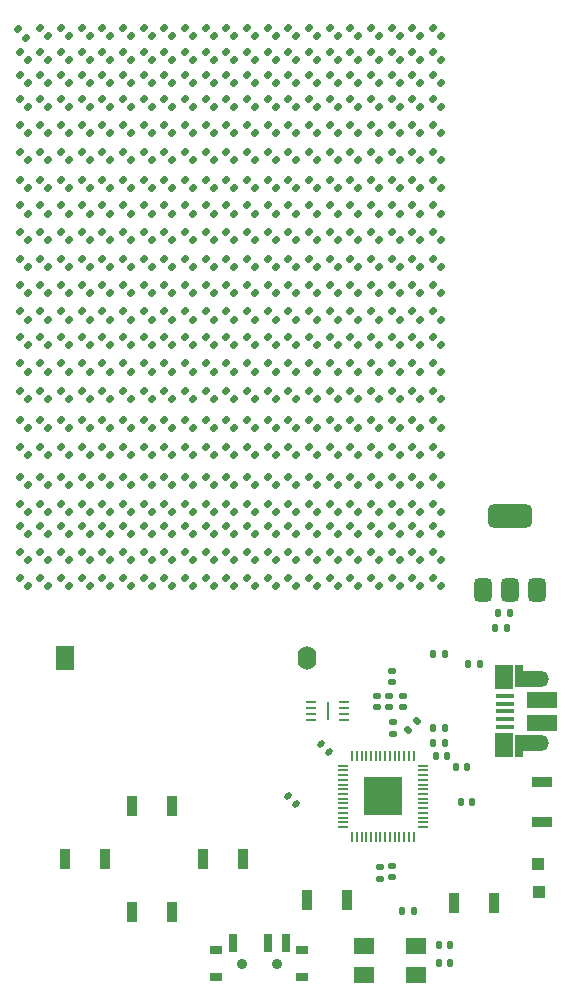
<source format=gbr>
%TF.GenerationSoftware,KiCad,Pcbnew,8.0.3*%
%TF.CreationDate,2024-08-11T15:35:30-05:00*%
%TF.ProjectId,tetrisBusinessCard,74657472-6973-4427-9573-696e65737343,rev?*%
%TF.SameCoordinates,Original*%
%TF.FileFunction,Soldermask,Top*%
%TF.FilePolarity,Negative*%
%FSLAX46Y46*%
G04 Gerber Fmt 4.6, Leading zero omitted, Abs format (unit mm)*
G04 Created by KiCad (PCBNEW 8.0.3) date 2024-08-11 15:35:30*
%MOMM*%
%LPD*%
G01*
G04 APERTURE LIST*
G04 Aperture macros list*
%AMRoundRect*
0 Rectangle with rounded corners*
0 $1 Rounding radius*
0 $2 $3 $4 $5 $6 $7 $8 $9 X,Y pos of 4 corners*
0 Add a 4 corners polygon primitive as box body*
4,1,4,$2,$3,$4,$5,$6,$7,$8,$9,$2,$3,0*
0 Add four circle primitives for the rounded corners*
1,1,$1+$1,$2,$3*
1,1,$1+$1,$4,$5*
1,1,$1+$1,$6,$7*
1,1,$1+$1,$8,$9*
0 Add four rect primitives between the rounded corners*
20,1,$1+$1,$2,$3,$4,$5,0*
20,1,$1+$1,$4,$5,$6,$7,0*
20,1,$1+$1,$6,$7,$8,$9,0*
20,1,$1+$1,$8,$9,$2,$3,0*%
G04 Aperture macros list end*
%ADD10RoundRect,0.147500X-0.226274X-0.017678X-0.017678X-0.226274X0.226274X0.017678X0.017678X0.226274X0*%
%ADD11R,1.000000X1.000000*%
%ADD12RoundRect,0.140000X-0.219203X-0.021213X-0.021213X-0.219203X0.219203X0.021213X0.021213X0.219203X0*%
%ADD13RoundRect,0.140000X-0.170000X0.140000X-0.170000X-0.140000X0.170000X-0.140000X0.170000X0.140000X0*%
%ADD14RoundRect,0.135000X-0.185000X0.135000X-0.185000X-0.135000X0.185000X-0.135000X0.185000X0.135000X0*%
%ADD15RoundRect,0.140000X0.140000X0.170000X-0.140000X0.170000X-0.140000X-0.170000X0.140000X-0.170000X0*%
%ADD16R,1.800000X1.400000*%
%ADD17RoundRect,0.140000X-0.140000X-0.170000X0.140000X-0.170000X0.140000X0.170000X-0.140000X0.170000X0*%
%ADD18R,1.700000X0.900000*%
%ADD19R,0.812800X0.254000*%
%ADD20R,0.203200X1.600200*%
%ADD21R,0.900000X1.700000*%
%ADD22RoundRect,0.135000X0.135000X0.185000X-0.135000X0.185000X-0.135000X-0.185000X0.135000X-0.185000X0*%
%ADD23RoundRect,0.375000X0.375000X-0.625000X0.375000X0.625000X-0.375000X0.625000X-0.375000X-0.625000X0*%
%ADD24RoundRect,0.500000X1.400000X-0.500000X1.400000X0.500000X-1.400000X0.500000X-1.400000X-0.500000X0*%
%ADD25R,1.000000X0.800000*%
%ADD26C,0.900000*%
%ADD27R,0.700000X1.500000*%
%ADD28R,0.812800X0.177800*%
%ADD29R,0.177800X0.812800*%
%ADD30R,3.200400X3.200400*%
%ADD31RoundRect,0.135000X-0.035355X0.226274X-0.226274X0.035355X0.035355X-0.226274X0.226274X-0.035355X0*%
%ADD32R,1.650000X0.400000*%
%ADD33R,0.700000X1.825000*%
%ADD34R,1.500000X2.000000*%
%ADD35R,2.000000X1.350000*%
%ADD36O,1.700000X1.350000*%
%ADD37O,1.500000X1.100000*%
%ADD38R,2.500000X1.430000*%
%ADD39RoundRect,0.140000X0.219203X0.021213X0.021213X0.219203X-0.219203X-0.021213X-0.021213X-0.219203X0*%
%ADD40RoundRect,0.135000X-0.135000X-0.185000X0.135000X-0.185000X0.135000X0.185000X-0.135000X0.185000X0*%
%ADD41RoundRect,0.140000X0.170000X-0.140000X0.170000X0.140000X-0.170000X0.140000X-0.170000X-0.140000X0*%
%ADD42R,1.600000X2.000000*%
%ADD43O,1.600000X2.000000*%
G04 APERTURE END LIST*
D10*
%TO.C,D56*%
X187990138Y-25942638D03*
X188676032Y-26628532D03*
%TD*%
%TO.C,D198*%
X196740138Y-41467638D03*
X197426032Y-42153532D03*
%TD*%
%TO.C,D290*%
X182740138Y-50347638D03*
X183426032Y-51033532D03*
%TD*%
%TO.C,D232*%
X210740138Y-45942638D03*
X211426032Y-46628532D03*
%TD*%
%TO.C,D68*%
X203740138Y-27967638D03*
X204426032Y-28653532D03*
%TD*%
%TO.C,D434*%
X187990138Y-66277638D03*
X188676032Y-66963532D03*
%TD*%
%TO.C,D57*%
X186240138Y-25942638D03*
X186926032Y-26628532D03*
%TD*%
%TO.C,D58*%
X184490138Y-25942638D03*
X185176032Y-26628532D03*
%TD*%
%TO.C,D74*%
X193240138Y-27967638D03*
X193926032Y-28653532D03*
%TD*%
%TO.C,D28*%
X200240138Y-23967638D03*
X200926032Y-24653532D03*
%TD*%
D11*
%TO.C,REF\u002A\u002A*%
X219650000Y-92750000D03*
%TD*%
D10*
%TO.C,D430*%
X194990138Y-66277638D03*
X195676032Y-66963532D03*
%TD*%
%TO.C,D24*%
X207240138Y-23967638D03*
X207926032Y-24653532D03*
%TD*%
%TO.C,D22*%
X210740138Y-23967638D03*
X211426032Y-24653532D03*
%TD*%
D12*
%TO.C,C9*%
X201267642Y-82567642D03*
X201946464Y-83246464D03*
%TD*%
D10*
%TO.C,D242*%
X193240138Y-45942638D03*
X193926032Y-46628532D03*
%TD*%
%TO.C,D390*%
X191490138Y-62217638D03*
X192176032Y-62903532D03*
%TD*%
%TO.C,D264*%
X191490138Y-48122638D03*
X192176032Y-48808532D03*
%TD*%
%TO.C,D190*%
X210740138Y-41467638D03*
X211426032Y-42153532D03*
%TD*%
%TO.C,D399*%
X175740138Y-62217638D03*
X176426032Y-62903532D03*
%TD*%
%TO.C,D324*%
X196740138Y-55122638D03*
X197426032Y-55808532D03*
%TD*%
%TO.C,D302*%
X198490138Y-52692638D03*
X199176032Y-53378532D03*
%TD*%
%TO.C,D334*%
X179240138Y-55122638D03*
X179926032Y-55808532D03*
%TD*%
%TO.C,D201*%
X191490138Y-41467638D03*
X192176032Y-42153532D03*
%TD*%
%TO.C,D202*%
X189740138Y-41467638D03*
X190426032Y-42153532D03*
%TD*%
D13*
%TO.C,C12*%
X207250000Y-92885000D03*
X207250000Y-93845000D03*
%TD*%
D10*
%TO.C,D426*%
X201990138Y-66277638D03*
X202676032Y-66963532D03*
%TD*%
D14*
%TO.C,R1*%
X207400000Y-80680000D03*
X207400000Y-81700000D03*
%TD*%
D10*
%TO.C,D180*%
X191490138Y-39217638D03*
X192176032Y-39903532D03*
%TD*%
%TO.C,D452*%
X193240138Y-68467638D03*
X193926032Y-69153532D03*
%TD*%
%TO.C,D90*%
X201990138Y-30122638D03*
X202676032Y-30808532D03*
%TD*%
%TO.C,D384*%
X201990138Y-62217638D03*
X202676032Y-62903532D03*
%TD*%
%TO.C,D422*%
X208990138Y-66277638D03*
X209676032Y-66963532D03*
%TD*%
D15*
%TO.C,C1*%
X211930000Y-83550000D03*
X210970000Y-83550000D03*
%TD*%
D10*
%TO.C,D411*%
X191490138Y-64077638D03*
X192176032Y-64763532D03*
%TD*%
%TO.C,D4*%
X205490138Y-21942638D03*
X206176032Y-22628532D03*
%TD*%
%TO.C,D355*%
X179240138Y-57442638D03*
X179926032Y-58128532D03*
%TD*%
%TO.C,D98*%
X187990138Y-30122638D03*
X188676032Y-30808532D03*
%TD*%
%TO.C,D361*%
X205490138Y-59967638D03*
X206176032Y-60653532D03*
%TD*%
%TO.C,D366*%
X196740138Y-59967638D03*
X197426032Y-60653532D03*
%TD*%
%TO.C,D27*%
X201990138Y-23967638D03*
X202676032Y-24653532D03*
%TD*%
D16*
%TO.C,Y1*%
X209300000Y-99700000D03*
X204900000Y-99700000D03*
X204900000Y-102100000D03*
X209300000Y-102100000D03*
%TD*%
D10*
%TO.C,D52*%
X194990139Y-25942637D03*
X195676033Y-26628531D03*
%TD*%
%TO.C,D26*%
X203740138Y-23967638D03*
X204426032Y-24653532D03*
%TD*%
%TO.C,D34*%
X189740138Y-23967638D03*
X190426032Y-24653532D03*
%TD*%
%TO.C,D197*%
X198490138Y-41467638D03*
X199176032Y-42153532D03*
%TD*%
%TO.C,D185*%
X182740138Y-39217638D03*
X183426032Y-39903532D03*
%TD*%
%TO.C,D30*%
X196740138Y-23967638D03*
X197426032Y-24653532D03*
%TD*%
D17*
%TO.C,C16*%
X211220000Y-101100000D03*
X212180000Y-101100000D03*
%TD*%
D10*
%TO.C,D450*%
X196740138Y-68467638D03*
X197426032Y-69153532D03*
%TD*%
%TO.C,D453*%
X191490138Y-68467638D03*
X192176032Y-69153532D03*
%TD*%
%TO.C,D326*%
X193240138Y-55122638D03*
X193926032Y-55808532D03*
%TD*%
%TO.C,D273*%
X175740138Y-48122638D03*
X176426032Y-48808532D03*
%TD*%
%TO.C,D279*%
X201990138Y-50347638D03*
X202676032Y-51033532D03*
%TD*%
%TO.C,D266*%
X187990138Y-48122638D03*
X188676032Y-48808532D03*
%TD*%
%TO.C,D121*%
X184490138Y-32442638D03*
X185176032Y-33128532D03*
%TD*%
D13*
%TO.C,C3*%
X208200000Y-78470000D03*
X208200000Y-79430000D03*
%TD*%
D10*
%TO.C,D269*%
X182740138Y-48122638D03*
X183426032Y-48808532D03*
%TD*%
%TO.C,D192*%
X207240138Y-41467638D03*
X207926032Y-42153532D03*
%TD*%
%TO.C,D109*%
X205490138Y-32442638D03*
X206176032Y-33128532D03*
%TD*%
%TO.C,D368*%
X193240138Y-59967638D03*
X193926032Y-60653532D03*
%TD*%
%TO.C,D14*%
X187990138Y-21942638D03*
X188676032Y-22628532D03*
%TD*%
%TO.C,D41*%
X177490138Y-23967638D03*
X178176032Y-24653532D03*
%TD*%
D18*
%TO.C,SW8*%
X220000000Y-85800000D03*
X220000000Y-89200000D03*
%TD*%
D10*
%TO.C,D439*%
X179240138Y-66267638D03*
X179926032Y-66953532D03*
%TD*%
%TO.C,D223*%
X189740138Y-43717638D03*
X190426032Y-44403532D03*
%TD*%
%TO.C,D437*%
X182740138Y-66277638D03*
X183426032Y-66963532D03*
%TD*%
%TO.C,D80*%
X182740139Y-27967637D03*
X183426033Y-28653531D03*
%TD*%
%TO.C,D50*%
X198490138Y-25942638D03*
X199176032Y-26628532D03*
%TD*%
%TO.C,D63*%
X175740138Y-25942638D03*
X176426032Y-26628532D03*
%TD*%
%TO.C,D275*%
X208990138Y-50347638D03*
X209676032Y-51033532D03*
%TD*%
%TO.C,D208*%
X179240138Y-41467638D03*
X179926032Y-42153532D03*
%TD*%
%TO.C,D292*%
X179240138Y-50347638D03*
X179926032Y-51033532D03*
%TD*%
%TO.C,D147*%
X175740138Y-34777638D03*
X176426032Y-35463532D03*
%TD*%
%TO.C,D195*%
X201990138Y-41467638D03*
X202676032Y-42153532D03*
%TD*%
%TO.C,D351*%
X186240138Y-57442638D03*
X186926032Y-58128532D03*
%TD*%
%TO.C,D99*%
X186240138Y-30122638D03*
X186926032Y-30808532D03*
%TD*%
%TO.C,D59*%
X182740138Y-25942638D03*
X183426032Y-26628532D03*
%TD*%
%TO.C,D379*%
X210740138Y-62217638D03*
X211426032Y-62903532D03*
%TD*%
%TO.C,D376*%
X179240138Y-59967638D03*
X179926032Y-60653532D03*
%TD*%
%TO.C,D342*%
X201990138Y-57442638D03*
X202676032Y-58128532D03*
%TD*%
%TO.C,D409*%
X194990138Y-64077638D03*
X195676032Y-64763532D03*
%TD*%
%TO.C,D333*%
X180990138Y-55122638D03*
X181676032Y-55808532D03*
%TD*%
%TO.C,D220*%
X194990138Y-43717638D03*
X195676032Y-44403532D03*
%TD*%
%TO.C,D268*%
X184490138Y-48122638D03*
X185176032Y-48808532D03*
%TD*%
%TO.C,D35*%
X187990138Y-23967638D03*
X188676032Y-24653532D03*
%TD*%
%TO.C,D20*%
X177490138Y-21942638D03*
X178176032Y-22628532D03*
%TD*%
%TO.C,D295*%
X210740138Y-52692638D03*
X211426032Y-53378532D03*
%TD*%
%TO.C,D436*%
X184490138Y-66277638D03*
X185176032Y-66963532D03*
%TD*%
%TO.C,D454*%
X189740138Y-68467638D03*
X190426032Y-69153532D03*
%TD*%
D19*
%TO.C,U2*%
X200453200Y-78999999D03*
X200453200Y-79500000D03*
X200453200Y-80000000D03*
X200453200Y-80500001D03*
X203250000Y-80500001D03*
X203250000Y-80000000D03*
X203250000Y-79500000D03*
X203250000Y-78999999D03*
D20*
X201851600Y-79750000D03*
%TD*%
D10*
%TO.C,D116*%
X193240138Y-32442638D03*
X193926032Y-33128532D03*
%TD*%
%TO.C,D156*%
X196740138Y-36967638D03*
X197426032Y-37653532D03*
%TD*%
%TO.C,D120*%
X186240138Y-32442638D03*
X186926032Y-33128532D03*
%TD*%
%TO.C,D174*%
X201990138Y-39217638D03*
X202676032Y-39903532D03*
%TD*%
%TO.C,D66*%
X207240138Y-27967638D03*
X207926032Y-28653532D03*
%TD*%
%TO.C,D327*%
X191490138Y-55122638D03*
X192176032Y-55808532D03*
%TD*%
%TO.C,D134*%
X198490138Y-34777638D03*
X199176032Y-35463532D03*
%TD*%
%TO.C,D312*%
X180990138Y-52692638D03*
X181676032Y-53378532D03*
%TD*%
%TO.C,D33*%
X191490138Y-23967638D03*
X192176032Y-24653532D03*
%TD*%
%TO.C,D424*%
X205490138Y-66277638D03*
X206176032Y-66963532D03*
%TD*%
%TO.C,D241*%
X194990138Y-45942638D03*
X195676032Y-46628532D03*
%TD*%
%TO.C,D435*%
X186240138Y-66277638D03*
X186926032Y-66963532D03*
%TD*%
%TO.C,D86*%
X208990138Y-30122638D03*
X209676032Y-30808532D03*
%TD*%
%TO.C,D429*%
X196740138Y-66277638D03*
X197426032Y-66963532D03*
%TD*%
%TO.C,D393*%
X186240138Y-62217638D03*
X186926032Y-62903532D03*
%TD*%
%TO.C,D39*%
X180990138Y-23967638D03*
X181676032Y-24653532D03*
%TD*%
%TO.C,D154*%
X200240138Y-36967638D03*
X200926032Y-37653532D03*
%TD*%
D21*
%TO.C,SW5*%
X203499999Y-95750000D03*
X200099999Y-95750000D03*
%TD*%
D10*
%TO.C,D224*%
X187990138Y-43717638D03*
X188676032Y-44403532D03*
%TD*%
%TO.C,D389*%
X193240138Y-62217638D03*
X193926032Y-62903532D03*
%TD*%
%TO.C,D408*%
X196740138Y-64077638D03*
X197426032Y-64763532D03*
%TD*%
%TO.C,D75*%
X191490138Y-27967638D03*
X192176032Y-28653532D03*
%TD*%
%TO.C,D319*%
X205490138Y-55122638D03*
X206176032Y-55808532D03*
%TD*%
%TO.C,D303*%
X196740138Y-52692638D03*
X197426032Y-53378532D03*
%TD*%
%TO.C,D46*%
X205490138Y-25942638D03*
X206176032Y-26628532D03*
%TD*%
%TO.C,D449*%
X198490138Y-68467638D03*
X199176032Y-69153532D03*
%TD*%
%TO.C,D247*%
X184490138Y-45942638D03*
X185176032Y-46628532D03*
%TD*%
%TO.C,D136*%
X194990138Y-34777638D03*
X195676032Y-35463532D03*
%TD*%
%TO.C,D455*%
X187990138Y-68467638D03*
X188676032Y-69153532D03*
%TD*%
%TO.C,D225*%
X186240138Y-43717638D03*
X186926032Y-44403532D03*
%TD*%
D22*
%TO.C,R4*%
X211760000Y-74950000D03*
X210740000Y-74950000D03*
%TD*%
D10*
%TO.C,D441*%
X175740138Y-66277638D03*
X176426032Y-66963532D03*
%TD*%
%TO.C,D230*%
X177490138Y-43717638D03*
X178176032Y-44403532D03*
%TD*%
%TO.C,D205*%
X184490138Y-41467638D03*
X185176032Y-42153532D03*
%TD*%
%TO.C,D87*%
X207240138Y-30122638D03*
X207926032Y-30808532D03*
%TD*%
%TO.C,D128*%
X208990138Y-34777638D03*
X209676032Y-35463532D03*
%TD*%
%TO.C,D457*%
X184490138Y-68467638D03*
X185176032Y-69153532D03*
%TD*%
%TO.C,D459*%
X180990138Y-68467638D03*
X181676032Y-69153532D03*
%TD*%
%TO.C,D122*%
X182740138Y-32442638D03*
X183426032Y-33128532D03*
%TD*%
%TO.C,D343*%
X200240138Y-57442638D03*
X200926032Y-58128532D03*
%TD*%
%TO.C,D226*%
X184490138Y-43717638D03*
X185176032Y-44403532D03*
%TD*%
D23*
%TO.C,U3*%
X214950000Y-69550000D03*
X217250000Y-69550000D03*
D24*
X217250000Y-63250000D03*
D23*
X219550000Y-69550000D03*
%TD*%
D10*
%TO.C,D388*%
X194990138Y-62217638D03*
X195676032Y-62903532D03*
%TD*%
%TO.C,D307*%
X189740138Y-52692638D03*
X190426032Y-53378532D03*
%TD*%
%TO.C,D346*%
X194990138Y-57442638D03*
X195676032Y-58128532D03*
%TD*%
%TO.C,D328*%
X189740138Y-55122638D03*
X190426032Y-55808532D03*
%TD*%
%TO.C,D406*%
X200240138Y-64077638D03*
X200926032Y-64763532D03*
%TD*%
%TO.C,D25*%
X205490138Y-23967638D03*
X206176032Y-24653532D03*
%TD*%
%TO.C,D391*%
X189740138Y-62217638D03*
X190426032Y-62903532D03*
%TD*%
%TO.C,D298*%
X205490138Y-52692638D03*
X206176032Y-53378532D03*
%TD*%
%TO.C,D127*%
X210740138Y-34777638D03*
X211426032Y-35463532D03*
%TD*%
%TO.C,D15*%
X186240138Y-21942638D03*
X186926032Y-22628532D03*
%TD*%
%TO.C,D374*%
X182740138Y-59967638D03*
X183426032Y-60653532D03*
%TD*%
%TO.C,D55*%
X189740138Y-25942638D03*
X190426032Y-26628532D03*
%TD*%
%TO.C,D432*%
X191490138Y-66277638D03*
X192176032Y-66963532D03*
%TD*%
%TO.C,D341*%
X203740138Y-57442638D03*
X204426032Y-58128532D03*
%TD*%
%TO.C,D256*%
X205490138Y-48122638D03*
X206176032Y-48808532D03*
%TD*%
%TO.C,D217*%
X200240138Y-43717638D03*
X200926032Y-44403532D03*
%TD*%
D13*
%TO.C,C7*%
X205970000Y-78470000D03*
X205970000Y-79430000D03*
%TD*%
D10*
%TO.C,D321*%
X201990138Y-55122638D03*
X202676032Y-55808532D03*
%TD*%
%TO.C,D357*%
X175740138Y-57442638D03*
X176426032Y-58128532D03*
%TD*%
%TO.C,D182*%
X187990138Y-39217638D03*
X188676032Y-39903532D03*
%TD*%
%TO.C,D150*%
X207240138Y-36967638D03*
X207926032Y-37653532D03*
%TD*%
%TO.C,D73*%
X194990138Y-27967638D03*
X195676032Y-28653532D03*
%TD*%
%TO.C,D177*%
X196740138Y-39217638D03*
X197426032Y-39903532D03*
%TD*%
%TO.C,D138*%
X191490138Y-34777638D03*
X192176032Y-35463532D03*
%TD*%
%TO.C,D315*%
X175740138Y-52692638D03*
X176426032Y-53378532D03*
%TD*%
%TO.C,D283*%
X194990138Y-50347638D03*
X195676032Y-51033532D03*
%TD*%
%TO.C,D288*%
X186240138Y-50347638D03*
X186926032Y-51033532D03*
%TD*%
%TO.C,D70*%
X200240138Y-27967638D03*
X200926032Y-28653532D03*
%TD*%
%TO.C,D89*%
X203740138Y-30122638D03*
X204426032Y-30808532D03*
%TD*%
%TO.C,D311*%
X182740138Y-52692638D03*
X183426032Y-53378532D03*
%TD*%
%TO.C,D442*%
X210740138Y-68467638D03*
X211426032Y-69153532D03*
%TD*%
%TO.C,D304*%
X194990138Y-52692638D03*
X195676032Y-53378532D03*
%TD*%
%TO.C,D88*%
X205490138Y-30122638D03*
X206176032Y-30808532D03*
%TD*%
%TO.C,D293*%
X177490138Y-50347638D03*
X178176032Y-51033532D03*
%TD*%
D25*
%TO.C,SW7*%
X192400000Y-100045000D03*
X192400000Y-102255000D03*
D26*
X194550000Y-101155000D03*
X197550000Y-101155000D03*
D25*
X199700000Y-100045000D03*
X199700000Y-102255000D03*
D27*
X193800000Y-99395000D03*
X196800000Y-99395000D03*
X198300000Y-99395000D03*
%TD*%
D10*
%TO.C,D32*%
X193240138Y-23967638D03*
X193926032Y-24653532D03*
%TD*%
%TO.C,D253*%
X210740138Y-48122638D03*
X211426032Y-48808532D03*
%TD*%
%TO.C,D369*%
X191490138Y-59967638D03*
X192176032Y-60653532D03*
%TD*%
%TO.C,D461*%
X177490138Y-68467638D03*
X178176032Y-69153532D03*
%TD*%
%TO.C,D168*%
X175740138Y-36967638D03*
X176426032Y-37653532D03*
%TD*%
%TO.C,D65*%
X208990138Y-27967638D03*
X209676032Y-28653532D03*
%TD*%
%TO.C,D218*%
X198490138Y-43717638D03*
X199176032Y-44403532D03*
%TD*%
%TO.C,D123*%
X180990138Y-32442638D03*
X181676032Y-33128532D03*
%TD*%
%TO.C,D423*%
X207240138Y-66277638D03*
X207926032Y-66963532D03*
%TD*%
%TO.C,D214*%
X205490138Y-43717638D03*
X206176032Y-44403532D03*
%TD*%
%TO.C,D386*%
X198490138Y-62217638D03*
X199176032Y-62903532D03*
%TD*%
D21*
%TO.C,SW4*%
X188650000Y-96800000D03*
X185250000Y-96800000D03*
%TD*%
D10*
%TO.C,D31*%
X194990138Y-23967638D03*
X195676032Y-24653532D03*
%TD*%
%TO.C,D329*%
X187990138Y-55122638D03*
X188676032Y-55808532D03*
%TD*%
%TO.C,D448*%
X200240138Y-68467638D03*
X200926032Y-69153532D03*
%TD*%
%TO.C,D91*%
X200240138Y-30122638D03*
X200926032Y-30808532D03*
%TD*%
%TO.C,D29*%
X198490138Y-23967638D03*
X199176032Y-24653532D03*
%TD*%
%TO.C,D61*%
X179240138Y-25942638D03*
X179926032Y-26628532D03*
%TD*%
%TO.C,D111*%
X201990138Y-32442638D03*
X202676032Y-33128532D03*
%TD*%
%TO.C,D188*%
X177490138Y-39217638D03*
X178176032Y-39903532D03*
%TD*%
%TO.C,D316*%
X210740138Y-55122638D03*
X211426032Y-55808532D03*
%TD*%
%TO.C,D280*%
X200240138Y-50347638D03*
X200926032Y-51033532D03*
%TD*%
%TO.C,D373*%
X184490138Y-59967638D03*
X185176032Y-60653532D03*
%TD*%
%TO.C,D146*%
X177490138Y-34777638D03*
X178176032Y-35463532D03*
%TD*%
D17*
%TO.C,C15*%
X216270000Y-71500000D03*
X217230000Y-71500000D03*
%TD*%
D10*
%TO.C,D259*%
X200240138Y-48122638D03*
X200926032Y-48808532D03*
%TD*%
%TO.C,D349*%
X189740138Y-57442638D03*
X190426032Y-58128532D03*
%TD*%
%TO.C,D396*%
X180990138Y-62217638D03*
X181676032Y-62903532D03*
%TD*%
%TO.C,D405*%
X201990138Y-64077638D03*
X202676032Y-64763532D03*
%TD*%
%TO.C,D17*%
X182740138Y-21942638D03*
X183426032Y-22628532D03*
%TD*%
%TO.C,D79*%
X184490138Y-27967638D03*
X185176032Y-28653532D03*
%TD*%
%TO.C,D323*%
X198490138Y-55122638D03*
X199176032Y-55808532D03*
%TD*%
%TO.C,D285*%
X191490138Y-50347638D03*
X192176032Y-51033532D03*
%TD*%
%TO.C,D416*%
X182740138Y-64077638D03*
X183426032Y-64763532D03*
%TD*%
%TO.C,D53*%
X193240138Y-25942638D03*
X193926032Y-26628532D03*
%TD*%
%TO.C,D308*%
X187990138Y-52692638D03*
X188676032Y-53378532D03*
%TD*%
%TO.C,D428*%
X198490138Y-66277638D03*
X199176032Y-66963532D03*
%TD*%
%TO.C,D10*%
X194990138Y-21942638D03*
X195676032Y-22628532D03*
%TD*%
D13*
%TO.C,C10*%
X206250000Y-93000000D03*
X206250000Y-93960000D03*
%TD*%
D10*
%TO.C,D43*%
X210740138Y-25942638D03*
X211426032Y-26628532D03*
%TD*%
%TO.C,D335*%
X177490138Y-55122638D03*
X178176032Y-55808532D03*
%TD*%
%TO.C,D236*%
X203740138Y-45942638D03*
X204426032Y-46628532D03*
%TD*%
%TO.C,D395*%
X182740138Y-62217638D03*
X183426032Y-62903532D03*
%TD*%
%TO.C,D211*%
X210740138Y-43717638D03*
X211426032Y-44403532D03*
%TD*%
%TO.C,D103*%
X179240138Y-30122638D03*
X179926032Y-30808532D03*
%TD*%
%TO.C,D78*%
X186240138Y-27967638D03*
X186926032Y-28653532D03*
%TD*%
D28*
%TO.C,U1*%
X203096400Y-84400000D03*
X203096400Y-84799999D03*
X203096400Y-85200001D03*
X203096400Y-85600000D03*
X203096400Y-85999999D03*
X203096400Y-86400001D03*
X203096400Y-86800000D03*
X203096400Y-87200000D03*
X203096400Y-87599999D03*
X203096400Y-88000001D03*
X203096400Y-88400000D03*
X203096400Y-88799999D03*
X203096400Y-89200001D03*
X203096400Y-89600000D03*
D29*
X203900000Y-90403600D03*
X204299999Y-90403600D03*
X204700001Y-90403600D03*
X205100000Y-90403600D03*
X205499999Y-90403600D03*
X205900001Y-90403600D03*
X206300000Y-90403600D03*
X206700000Y-90403600D03*
X207099999Y-90403600D03*
X207500001Y-90403600D03*
X207900000Y-90403600D03*
X208299999Y-90403600D03*
X208700001Y-90403600D03*
X209100000Y-90403600D03*
D28*
X209903600Y-89600000D03*
X209903600Y-89200001D03*
X209903600Y-88799999D03*
X209903600Y-88400000D03*
X209903600Y-88000001D03*
X209903600Y-87599999D03*
X209903600Y-87200000D03*
X209903600Y-86800000D03*
X209903600Y-86400001D03*
X209903600Y-85999999D03*
X209903600Y-85600000D03*
X209903600Y-85200001D03*
X209903600Y-84799999D03*
X209903600Y-84400000D03*
D29*
X209100000Y-83596400D03*
X208700001Y-83596400D03*
X208299999Y-83596400D03*
X207900000Y-83596400D03*
X207500001Y-83596400D03*
X207099999Y-83596400D03*
X206700000Y-83596400D03*
X206300000Y-83596400D03*
X205900001Y-83596400D03*
X205499999Y-83596400D03*
X205100000Y-83596400D03*
X204700001Y-83596400D03*
X204299999Y-83596400D03*
X203900000Y-83596400D03*
D30*
X206500000Y-87000000D03*
%TD*%
D10*
%TO.C,D446*%
X203740138Y-68467638D03*
X204426032Y-69153532D03*
%TD*%
%TO.C,D229*%
X179240138Y-43717638D03*
X179926032Y-44403532D03*
%TD*%
%TO.C,D277*%
X205490138Y-50347638D03*
X206176032Y-51033532D03*
%TD*%
%TO.C,D344*%
X198490138Y-57442638D03*
X199176032Y-58128532D03*
%TD*%
%TO.C,D272*%
X177490138Y-48122638D03*
X178176032Y-48808532D03*
%TD*%
%TO.C,D155*%
X198490138Y-36967638D03*
X199176032Y-37653532D03*
%TD*%
%TO.C,D289*%
X184490138Y-50347638D03*
X185176032Y-51033532D03*
%TD*%
%TO.C,D184*%
X184490138Y-39217638D03*
X185176032Y-39903532D03*
%TD*%
%TO.C,D84*%
X175740138Y-27967638D03*
X176426032Y-28653532D03*
%TD*%
%TO.C,D200*%
X193240138Y-41467638D03*
X193926032Y-42153532D03*
%TD*%
%TO.C,D131*%
X203740138Y-34777638D03*
X204426032Y-35463532D03*
%TD*%
%TO.C,D96*%
X191490138Y-30122638D03*
X192176032Y-30808532D03*
%TD*%
%TO.C,D250*%
X179240138Y-45942638D03*
X179926032Y-46628532D03*
%TD*%
%TO.C,D415*%
X184490138Y-64077638D03*
X185176032Y-64763532D03*
%TD*%
%TO.C,D114*%
X196740138Y-32442638D03*
X197426032Y-33128532D03*
%TD*%
%TO.C,D49*%
X200240138Y-25942638D03*
X200926032Y-26628532D03*
%TD*%
%TO.C,D309*%
X186240138Y-52692638D03*
X186926032Y-53378532D03*
%TD*%
%TO.C,D82*%
X179240138Y-27967638D03*
X179926032Y-28653532D03*
%TD*%
%TO.C,D417*%
X180990138Y-64077638D03*
X181676032Y-64763532D03*
%TD*%
%TO.C,D340*%
X205490138Y-57442638D03*
X206176032Y-58128532D03*
%TD*%
%TO.C,D380*%
X208990138Y-62217638D03*
X209676032Y-62903532D03*
%TD*%
%TO.C,D166*%
X179240138Y-36967638D03*
X179926032Y-37653532D03*
%TD*%
%TO.C,D276*%
X207240138Y-50347638D03*
X207926032Y-51033532D03*
%TD*%
%TO.C,D331*%
X184490138Y-55122638D03*
X185176032Y-55808532D03*
%TD*%
%TO.C,D402*%
X207240138Y-64077638D03*
X207926032Y-64763532D03*
%TD*%
%TO.C,D97*%
X189740138Y-30122638D03*
X190426032Y-30808532D03*
%TD*%
%TO.C,D458*%
X182740138Y-68467638D03*
X183426032Y-69153532D03*
%TD*%
%TO.C,D284*%
X193240138Y-50347638D03*
X193926032Y-51033532D03*
%TD*%
%TO.C,D400*%
X210740138Y-64077638D03*
X211426032Y-64763532D03*
%TD*%
%TO.C,D233*%
X208990138Y-45942638D03*
X209676032Y-46628532D03*
%TD*%
%TO.C,D113*%
X198490138Y-32442638D03*
X199176032Y-33128532D03*
%TD*%
%TO.C,D421*%
X210740138Y-66277638D03*
X211426032Y-66963532D03*
%TD*%
%TO.C,D301*%
X200240138Y-52692638D03*
X200926032Y-53378532D03*
%TD*%
D31*
%TO.C,R2*%
X209360624Y-80639376D03*
X208639376Y-81360624D03*
%TD*%
D17*
%TO.C,C14*%
X216020000Y-72750000D03*
X216980000Y-72750000D03*
%TD*%
D10*
%TO.C,D141*%
X186240138Y-34777638D03*
X186926032Y-35463532D03*
%TD*%
%TO.C,D69*%
X201990138Y-27967638D03*
X202676032Y-28653532D03*
%TD*%
D21*
%TO.C,SW6*%
X215900000Y-96000000D03*
X212500000Y-96000000D03*
%TD*%
D10*
%TO.C,D105*%
X175740138Y-30122638D03*
X176426032Y-30808532D03*
%TD*%
%TO.C,D215*%
X203740138Y-43717638D03*
X204426032Y-44403532D03*
%TD*%
%TO.C,D350*%
X187990138Y-57442638D03*
X188676032Y-58128532D03*
%TD*%
%TO.C,D92*%
X198490138Y-30122638D03*
X199176032Y-30808532D03*
%TD*%
%TO.C,D403*%
X205490138Y-64077638D03*
X206176032Y-64763532D03*
%TD*%
%TO.C,D194*%
X203740138Y-41467638D03*
X204426032Y-42153532D03*
%TD*%
%TO.C,D222*%
X191490138Y-43717638D03*
X192176032Y-44403532D03*
%TD*%
%TO.C,D142*%
X184490138Y-34777638D03*
X185176032Y-35463532D03*
%TD*%
%TO.C,D101*%
X182740138Y-30122638D03*
X183426032Y-30808532D03*
%TD*%
%TO.C,D167*%
X177490138Y-36967638D03*
X178176032Y-37653532D03*
%TD*%
%TO.C,D162*%
X186240138Y-36967638D03*
X186926032Y-37653532D03*
%TD*%
%TO.C,D317*%
X208990138Y-55122638D03*
X209676032Y-55808532D03*
%TD*%
%TO.C,D320*%
X203740138Y-55122638D03*
X204426032Y-55808532D03*
%TD*%
%TO.C,D413*%
X187990138Y-64077638D03*
X188676032Y-64763532D03*
%TD*%
%TO.C,D1*%
X210740138Y-21942638D03*
X211426032Y-22628532D03*
%TD*%
D21*
%TO.C,SW3*%
X194650000Y-92300000D03*
X191250000Y-92300000D03*
%TD*%
D10*
%TO.C,D193*%
X205490138Y-41467638D03*
X206176032Y-42153532D03*
%TD*%
%TO.C,D265*%
X189740138Y-48122638D03*
X190426032Y-48808532D03*
%TD*%
%TO.C,D433*%
X189740138Y-66277638D03*
X190426032Y-66963532D03*
%TD*%
%TO.C,D104*%
X177490138Y-30122638D03*
X178176032Y-30808532D03*
%TD*%
%TO.C,D67*%
X205490138Y-27967638D03*
X206176032Y-28653532D03*
%TD*%
%TO.C,D171*%
X207240138Y-39217638D03*
X207926032Y-39903532D03*
%TD*%
%TO.C,D8*%
X198490138Y-21942638D03*
X199176032Y-22628532D03*
%TD*%
%TO.C,D157*%
X194990138Y-36967638D03*
X195676032Y-37653532D03*
%TD*%
D15*
%TO.C,C4*%
X213630000Y-84550000D03*
X212670000Y-84550000D03*
%TD*%
D10*
%TO.C,D257*%
X203740138Y-48122638D03*
X204426032Y-48808532D03*
%TD*%
D21*
%TO.C,SW1*%
X188650000Y-87800000D03*
X185250000Y-87800000D03*
%TD*%
D10*
%TO.C,D336*%
X175740138Y-55122638D03*
X176426032Y-55808532D03*
%TD*%
%TO.C,D252*%
X175740138Y-45942638D03*
X176426032Y-46628532D03*
%TD*%
%TO.C,D115*%
X194990138Y-32442638D03*
X195676032Y-33128532D03*
%TD*%
%TO.C,D186*%
X180990138Y-39217638D03*
X181676032Y-39903532D03*
%TD*%
%TO.C,D278*%
X203740138Y-50347638D03*
X204426032Y-51033532D03*
%TD*%
%TO.C,D152*%
X203740138Y-36967638D03*
X204426032Y-37653532D03*
%TD*%
%TO.C,D204*%
X186240138Y-41467638D03*
X186926032Y-42153532D03*
%TD*%
%TO.C,D296*%
X208990138Y-52692638D03*
X209676032Y-53378532D03*
%TD*%
D15*
%TO.C,C5*%
X214080000Y-87500000D03*
X213120000Y-87500000D03*
%TD*%
D10*
%TO.C,D165*%
X180990138Y-36967638D03*
X181676032Y-37653532D03*
%TD*%
%TO.C,D363*%
X201990138Y-59967638D03*
X202676032Y-60653532D03*
%TD*%
%TO.C,D189*%
X175740138Y-39217638D03*
X176426032Y-39903532D03*
%TD*%
%TO.C,D175*%
X200240138Y-39217638D03*
X200926032Y-39903532D03*
%TD*%
%TO.C,D228*%
X180990138Y-43717638D03*
X181676032Y-44403532D03*
%TD*%
%TO.C,D348*%
X191490138Y-57442638D03*
X192176032Y-58128532D03*
%TD*%
%TO.C,D300*%
X201990138Y-52692638D03*
X202676032Y-53378532D03*
%TD*%
%TO.C,D62*%
X177490138Y-25942638D03*
X178176032Y-26628532D03*
%TD*%
%TO.C,D149*%
X208990138Y-36967638D03*
X209676032Y-37653532D03*
%TD*%
%TO.C,D140*%
X187990138Y-34777638D03*
X188676032Y-35463532D03*
%TD*%
D32*
%TO.C,J1*%
X216850000Y-81090000D03*
X216850000Y-80440000D03*
X216850000Y-79790000D03*
X216850000Y-79140000D03*
X216850000Y-78490000D03*
D33*
X218050000Y-82740000D03*
D34*
X216750000Y-82640000D03*
D35*
X218800000Y-82520000D03*
D36*
X219730000Y-82520000D03*
D37*
X216730000Y-82210000D03*
D38*
X220000000Y-80750000D03*
X220000000Y-78830000D03*
D37*
X216730000Y-77370000D03*
D36*
X219730000Y-77060000D03*
D35*
X218800000Y-77040000D03*
D34*
X216730000Y-76890000D03*
D33*
X218050000Y-76790000D03*
%TD*%
D10*
%TO.C,D213*%
X207240138Y-43717638D03*
X207926032Y-44403532D03*
%TD*%
%TO.C,D117*%
X191490138Y-32442638D03*
X192176032Y-33128532D03*
%TD*%
%TO.C,D110*%
X203740138Y-32442638D03*
X204426032Y-33128532D03*
%TD*%
%TO.C,D382*%
X205490138Y-62217638D03*
X206176032Y-62903532D03*
%TD*%
%TO.C,D356*%
X177490138Y-57442638D03*
X178176032Y-58128532D03*
%TD*%
%TO.C,D294*%
X175740138Y-50347638D03*
X176426032Y-51033532D03*
%TD*%
%TO.C,D392*%
X187990138Y-62217638D03*
X188676032Y-62903532D03*
%TD*%
%TO.C,D12*%
X191490138Y-21942638D03*
X192176032Y-22628532D03*
%TD*%
%TO.C,D270*%
X180990138Y-48122638D03*
X181676032Y-48808532D03*
%TD*%
%TO.C,D282*%
X196740138Y-50347638D03*
X197426032Y-51033532D03*
%TD*%
%TO.C,D431*%
X193240138Y-66277638D03*
X193926032Y-66963532D03*
%TD*%
D39*
%TO.C,C11*%
X199121911Y-87646464D03*
X198443089Y-86967642D03*
%TD*%
D10*
%TO.C,D129*%
X207240138Y-34777638D03*
X207926032Y-35463532D03*
%TD*%
%TO.C,D170*%
X208990138Y-39217638D03*
X209676032Y-39903532D03*
%TD*%
%TO.C,D372*%
X186240138Y-59967638D03*
X186926032Y-60653532D03*
%TD*%
%TO.C,D227*%
X182740138Y-43717638D03*
X183426032Y-44403532D03*
%TD*%
%TO.C,D45*%
X207240138Y-25942638D03*
X207926032Y-26628532D03*
%TD*%
%TO.C,D219*%
X196740138Y-43717638D03*
X197426032Y-44403532D03*
%TD*%
%TO.C,D297*%
X207240138Y-52692638D03*
X207926032Y-53378532D03*
%TD*%
%TO.C,D125*%
X177490138Y-32442638D03*
X178176032Y-33128532D03*
%TD*%
%TO.C,D398*%
X177490138Y-62217638D03*
X178176032Y-62903532D03*
%TD*%
%TO.C,D306*%
X191490138Y-52692638D03*
X192176032Y-53378532D03*
%TD*%
%TO.C,D126*%
X175740138Y-32442638D03*
X176426032Y-33128532D03*
%TD*%
%TO.C,D176*%
X198490138Y-39217638D03*
X199176032Y-39903532D03*
%TD*%
%TO.C,D83*%
X177490138Y-27967638D03*
X178176032Y-28653532D03*
%TD*%
%TO.C,D404*%
X203740138Y-64077638D03*
X204426032Y-64763532D03*
%TD*%
%TO.C,D370*%
X189740138Y-59967638D03*
X190426032Y-60653532D03*
%TD*%
%TO.C,D36*%
X186240138Y-23967638D03*
X186926032Y-24653532D03*
%TD*%
%TO.C,D72*%
X196740138Y-27967638D03*
X197426032Y-28653532D03*
%TD*%
%TO.C,D362*%
X203740138Y-59967638D03*
X204426032Y-60653532D03*
%TD*%
%TO.C,D71*%
X198490138Y-27967638D03*
X199176032Y-28653532D03*
%TD*%
%TO.C,D394*%
X184490138Y-62217638D03*
X185176032Y-62903532D03*
%TD*%
%TO.C,D451*%
X194990138Y-68467638D03*
X195676032Y-69153532D03*
%TD*%
%TO.C,D60*%
X180990138Y-25942638D03*
X181676032Y-26628532D03*
%TD*%
%TO.C,D77*%
X187990138Y-27967638D03*
X188676032Y-28653532D03*
%TD*%
%TO.C,D318*%
X207240138Y-55122638D03*
X207926032Y-55808532D03*
%TD*%
%TO.C,D255*%
X207240138Y-48122638D03*
X207926032Y-48808532D03*
%TD*%
%TO.C,D419*%
X177490138Y-64077638D03*
X178176032Y-64763532D03*
%TD*%
%TO.C,D444*%
X207240138Y-68467638D03*
X207926032Y-69153532D03*
%TD*%
%TO.C,D365*%
X198490138Y-59967638D03*
X199176032Y-60653532D03*
%TD*%
%TO.C,D345*%
X196740138Y-57442638D03*
X197426032Y-58128532D03*
%TD*%
D40*
%TO.C,R3*%
X213740000Y-75750000D03*
X214760000Y-75750000D03*
%TD*%
D10*
%TO.C,D286*%
X189740138Y-50347638D03*
X190426032Y-51033532D03*
%TD*%
%TO.C,D206*%
X182740138Y-41467638D03*
X183426032Y-42153532D03*
%TD*%
%TO.C,D18*%
X180990138Y-21942638D03*
X181676032Y-22628532D03*
%TD*%
%TO.C,D354*%
X180990138Y-57442638D03*
X181676032Y-58128532D03*
%TD*%
%TO.C,D325*%
X194990138Y-55122638D03*
X195676032Y-55808532D03*
%TD*%
%TO.C,D440*%
X177490138Y-66277638D03*
X178176032Y-66963532D03*
%TD*%
%TO.C,D209*%
X177490138Y-41467638D03*
X178176032Y-42153532D03*
%TD*%
%TO.C,D427*%
X200240138Y-66277638D03*
X200926032Y-66963532D03*
%TD*%
%TO.C,D169*%
X210740138Y-39217638D03*
X211426032Y-39903532D03*
%TD*%
%TO.C,D291*%
X180990138Y-50347638D03*
X181676032Y-51033532D03*
%TD*%
%TO.C,D124*%
X179240138Y-32442638D03*
X179926032Y-33128532D03*
%TD*%
%TO.C,D385*%
X200240138Y-62217638D03*
X200926032Y-62903532D03*
%TD*%
D41*
%TO.C,C13*%
X207250000Y-77312500D03*
X207250000Y-76352500D03*
%TD*%
D10*
%TO.C,D7*%
X200240138Y-21942638D03*
X200926032Y-22628532D03*
%TD*%
%TO.C,D139*%
X189740138Y-34777638D03*
X190426032Y-35463532D03*
%TD*%
%TO.C,D258*%
X201990138Y-48122638D03*
X202676032Y-48808532D03*
%TD*%
%TO.C,D95*%
X193240138Y-30122638D03*
X193926032Y-30808532D03*
%TD*%
%TO.C,D19*%
X179240138Y-21942638D03*
X179926032Y-22628532D03*
%TD*%
%TO.C,D371*%
X187990138Y-59967638D03*
X188676032Y-60653532D03*
%TD*%
%TO.C,D2*%
X208990138Y-21942638D03*
X209676032Y-22628532D03*
%TD*%
%TO.C,D418*%
X179240138Y-64077638D03*
X179926032Y-64763532D03*
%TD*%
%TO.C,D339*%
X207240138Y-57442638D03*
X207926032Y-58128532D03*
%TD*%
%TO.C,D76*%
X189740138Y-27967638D03*
X190426032Y-28653532D03*
%TD*%
%TO.C,D234*%
X207240138Y-45942638D03*
X207926032Y-46628532D03*
%TD*%
%TO.C,D358*%
X210740138Y-59967638D03*
X211426032Y-60653532D03*
%TD*%
D21*
%TO.C,SW2*%
X182950000Y-92300000D03*
X179550000Y-92300000D03*
%TD*%
D10*
%TO.C,D352*%
X184490138Y-57442638D03*
X185176032Y-58128532D03*
%TD*%
%TO.C,D337*%
X210740138Y-57442638D03*
X211426032Y-58128532D03*
%TD*%
%TO.C,D23*%
X208990138Y-23967638D03*
X209676032Y-24653532D03*
%TD*%
%TO.C,D159*%
X191490138Y-36967638D03*
X192176032Y-37653532D03*
%TD*%
%TO.C,D367*%
X194990138Y-59967638D03*
X195676032Y-60653532D03*
%TD*%
%TO.C,D37*%
X184490138Y-23967638D03*
X185176032Y-24653532D03*
%TD*%
%TO.C,D460*%
X179240138Y-68467638D03*
X179926032Y-69153532D03*
%TD*%
%TO.C,D381*%
X207240138Y-62217638D03*
X207926032Y-62903532D03*
%TD*%
%TO.C,D246*%
X186240138Y-45942638D03*
X186926032Y-46628532D03*
%TD*%
%TO.C,D310*%
X184490138Y-52692638D03*
X185176032Y-53378532D03*
%TD*%
%TO.C,D181*%
X189740138Y-39217638D03*
X190426032Y-39903532D03*
%TD*%
%TO.C,D251*%
X177490138Y-45942638D03*
X178176032Y-46628532D03*
%TD*%
%TO.C,D178*%
X194990138Y-39217638D03*
X195676032Y-39903532D03*
%TD*%
%TO.C,D305*%
X193240138Y-52692638D03*
X193926032Y-53378532D03*
%TD*%
%TO.C,D412*%
X189740138Y-64077638D03*
X190426032Y-64763532D03*
%TD*%
%TO.C,D6*%
X201990138Y-21942638D03*
X202676032Y-22628532D03*
%TD*%
%TO.C,D410*%
X193240138Y-64077638D03*
X193926032Y-64763532D03*
%TD*%
%TO.C,D172*%
X205490138Y-39217638D03*
X206176032Y-39903532D03*
%TD*%
%TO.C,D3*%
X207240138Y-21942638D03*
X207926032Y-22628532D03*
%TD*%
%TO.C,D274*%
X210740138Y-50347638D03*
X211426032Y-51033532D03*
%TD*%
%TO.C,D11*%
X193240138Y-21942638D03*
X193926032Y-22628532D03*
%TD*%
%TO.C,D353*%
X182740138Y-57442638D03*
X183426032Y-58128532D03*
%TD*%
D13*
%TO.C,C2*%
X207050000Y-78470000D03*
X207050000Y-79430000D03*
%TD*%
D10*
%TO.C,D314*%
X177490138Y-52692638D03*
X178176032Y-53378532D03*
%TD*%
%TO.C,D210*%
X175740138Y-41467638D03*
X176426032Y-42153532D03*
%TD*%
%TO.C,D173*%
X203740138Y-39217638D03*
X204426032Y-39903532D03*
%TD*%
%TO.C,D378*%
X175740138Y-59967638D03*
X176426032Y-60653532D03*
%TD*%
%TO.C,D364*%
X200240138Y-59967638D03*
X200926032Y-60653532D03*
%TD*%
%TO.C,D85*%
X210740138Y-30122638D03*
X211426032Y-30808532D03*
%TD*%
%TO.C,D106*%
X210740138Y-32442638D03*
X211426032Y-33128532D03*
%TD*%
%TO.C,D216*%
X201990138Y-43717638D03*
X202676032Y-44403532D03*
%TD*%
%TO.C,D347*%
X193240138Y-57442638D03*
X193926032Y-58128532D03*
%TD*%
%TO.C,D445*%
X205490138Y-68467638D03*
X206176032Y-69153532D03*
%TD*%
%TO.C,D456*%
X186240138Y-68467638D03*
X186926032Y-69153532D03*
%TD*%
%TO.C,D207*%
X180990138Y-41467638D03*
X181676032Y-42153532D03*
%TD*%
%TO.C,D40*%
X179240138Y-23967638D03*
X179926032Y-24653532D03*
%TD*%
%TO.C,D438*%
X180990138Y-66277638D03*
X181676032Y-66963532D03*
%TD*%
%TO.C,D231*%
X175740138Y-43717638D03*
X176426032Y-44403532D03*
%TD*%
%TO.C,D313*%
X179240138Y-52692638D03*
X179926032Y-53378532D03*
%TD*%
%TO.C,D179*%
X193240138Y-39217638D03*
X193926032Y-39903532D03*
%TD*%
%TO.C,D54*%
X191490138Y-25942638D03*
X192176032Y-26628532D03*
%TD*%
%TO.C,D407*%
X198490138Y-64077638D03*
X199176032Y-64763532D03*
%TD*%
%TO.C,D271*%
X179240138Y-48122638D03*
X179926032Y-48808532D03*
%TD*%
%TO.C,D153*%
X201990138Y-36967638D03*
X202676032Y-37653532D03*
%TD*%
%TO.C,D235*%
X205490138Y-45942638D03*
X206176032Y-46628532D03*
%TD*%
%TO.C,D244*%
X189740138Y-45942638D03*
X190426032Y-46628532D03*
%TD*%
%TO.C,D144*%
X180990138Y-34777638D03*
X181676032Y-35463532D03*
%TD*%
%TO.C,D262*%
X194990138Y-48122638D03*
X195676032Y-48808532D03*
%TD*%
%TO.C,D212*%
X208990138Y-43717638D03*
X209676032Y-44403532D03*
%TD*%
%TO.C,D196*%
X200240138Y-41467638D03*
X200926032Y-42153532D03*
%TD*%
%TO.C,D254*%
X208990138Y-48122638D03*
X209676032Y-48808532D03*
%TD*%
%TO.C,D238*%
X200240138Y-45942638D03*
X200926032Y-46628532D03*
%TD*%
D15*
%TO.C,C8*%
X211730000Y-82500000D03*
X210770000Y-82500000D03*
%TD*%
D10*
%TO.C,D377*%
X177490138Y-59967638D03*
X178176032Y-60653532D03*
%TD*%
%TO.C,D93*%
X196740138Y-30122638D03*
X197426032Y-30808532D03*
%TD*%
%TO.C,D447*%
X201990138Y-68467638D03*
X202676032Y-69153532D03*
%TD*%
%TO.C,D44*%
X208990138Y-25942638D03*
X209676032Y-26628532D03*
%TD*%
%TO.C,D199*%
X194990138Y-41467638D03*
X195676032Y-42153532D03*
%TD*%
%TO.C,D267*%
X186240138Y-48122638D03*
X186926032Y-48808532D03*
%TD*%
%TO.C,D281*%
X198490138Y-50347638D03*
X199176032Y-51033532D03*
%TD*%
%TO.C,D401*%
X208990138Y-64077638D03*
X209676032Y-64763532D03*
%TD*%
%TO.C,D383*%
X203740138Y-62217638D03*
X204426032Y-62903532D03*
%TD*%
%TO.C,D443*%
X208990138Y-68467638D03*
X209676032Y-69153532D03*
%TD*%
%TO.C,D51*%
X196740138Y-25942638D03*
X197426032Y-26628532D03*
%TD*%
%TO.C,D132*%
X201990138Y-34777638D03*
X202676032Y-35463532D03*
%TD*%
%TO.C,D239*%
X198490138Y-45942638D03*
X199176032Y-46628532D03*
%TD*%
%TO.C,D81*%
X180990138Y-27967638D03*
X181676032Y-28653532D03*
%TD*%
%TO.C,D237*%
X201990138Y-45942638D03*
X202676032Y-46628532D03*
%TD*%
%TO.C,D64*%
X210740138Y-27967638D03*
X211426032Y-28653532D03*
%TD*%
D11*
%TO.C,REF\u002A\u002A*%
X219700000Y-95100000D03*
%TD*%
D10*
%TO.C,D48*%
X201990138Y-25942638D03*
X202676032Y-26628532D03*
%TD*%
%TO.C,D425*%
X203740138Y-66277638D03*
X204426032Y-66963532D03*
%TD*%
%TO.C,D151*%
X205490138Y-36967638D03*
X206176032Y-37653532D03*
%TD*%
%TO.C,D16*%
X184490138Y-21942638D03*
X185176032Y-22628532D03*
%TD*%
%TO.C,D203*%
X187990138Y-41467638D03*
X188676032Y-42153532D03*
%TD*%
%TO.C,D47*%
X203740138Y-25942638D03*
X204426032Y-26628532D03*
%TD*%
%TO.C,D163*%
X184490138Y-36967638D03*
X185176032Y-37653532D03*
%TD*%
%TO.C,D94*%
X194990138Y-30122638D03*
X195676032Y-30808532D03*
%TD*%
%TO.C,D221*%
X193240138Y-43717638D03*
X193926032Y-44403532D03*
%TD*%
%TO.C,D462*%
X175740138Y-68467638D03*
X176426032Y-69153532D03*
%TD*%
D15*
%TO.C,C6*%
X211745000Y-81250000D03*
X210785000Y-81250000D03*
%TD*%
D10*
%TO.C,D5*%
X203740138Y-21942638D03*
X204426032Y-22628532D03*
%TD*%
%TO.C,D148*%
X210740138Y-36967638D03*
X211426032Y-37653532D03*
%TD*%
%TO.C,D387*%
X196740138Y-62217638D03*
X197426032Y-62903532D03*
%TD*%
%TO.C,D130*%
X205490138Y-34777638D03*
X206176032Y-35463532D03*
%TD*%
%TO.C,D287*%
X187990138Y-50347638D03*
X188676032Y-51033532D03*
%TD*%
%TO.C,D158*%
X193240138Y-36967638D03*
X193926032Y-37653532D03*
%TD*%
%TO.C,D143*%
X182740138Y-34777638D03*
X183426032Y-35463532D03*
%TD*%
%TO.C,D164*%
X182740138Y-36967638D03*
X183426032Y-37653532D03*
%TD*%
%TO.C,D420*%
X175740138Y-64077638D03*
X176426032Y-64763532D03*
%TD*%
%TO.C,D299*%
X203740138Y-52692638D03*
X204426032Y-53378532D03*
%TD*%
%TO.C,D375*%
X180990138Y-59967638D03*
X181676032Y-60653532D03*
%TD*%
%TO.C,D9*%
X196740138Y-21942638D03*
X197426032Y-22628532D03*
%TD*%
%TO.C,D145*%
X179240138Y-34777638D03*
X179926032Y-35463532D03*
%TD*%
%TO.C,D260*%
X198490138Y-48122638D03*
X199176032Y-48808532D03*
%TD*%
%TO.C,D360*%
X207240138Y-59967638D03*
X207926032Y-60653532D03*
%TD*%
%TO.C,D133*%
X200240138Y-34777638D03*
X200926032Y-35463532D03*
%TD*%
%TO.C,D108*%
X207240138Y-32442638D03*
X207926032Y-33128532D03*
%TD*%
%TO.C,D191*%
X208990138Y-41467638D03*
X209676032Y-42153532D03*
%TD*%
%TO.C,D161*%
X187990138Y-36967638D03*
X188676032Y-37653532D03*
%TD*%
%TO.C,D38*%
X182740138Y-23967638D03*
X183426032Y-24653532D03*
%TD*%
%TO.C,D100*%
X184490138Y-30122638D03*
X185176032Y-30808532D03*
%TD*%
%TO.C,D245*%
X187990138Y-45942638D03*
X188676032Y-46628532D03*
%TD*%
%TO.C,D160*%
X189740138Y-36967638D03*
X190426032Y-37653532D03*
%TD*%
%TO.C,D414*%
X186240138Y-64077638D03*
X186926032Y-64763532D03*
%TD*%
D40*
%TO.C,R5*%
X208090000Y-96700000D03*
X209110000Y-96700000D03*
%TD*%
D10*
%TO.C,D338*%
X208990138Y-57442638D03*
X209676032Y-58128532D03*
%TD*%
%TO.C,D261*%
X196740138Y-48122638D03*
X197426032Y-48808532D03*
%TD*%
%TO.C,D107*%
X208990138Y-32442638D03*
X209676032Y-33128532D03*
%TD*%
%TO.C,D21*%
X175613101Y-22063101D03*
X176298995Y-22748995D03*
%TD*%
%TO.C,D187*%
X179240138Y-39217638D03*
X179926032Y-39903532D03*
%TD*%
%TO.C,D332*%
X182740138Y-55122638D03*
X183426032Y-55808532D03*
%TD*%
%TO.C,D135*%
X196740138Y-34777638D03*
X197426032Y-35463532D03*
%TD*%
%TO.C,D263*%
X193240138Y-48122638D03*
X193926032Y-48808532D03*
%TD*%
%TO.C,D248*%
X182740138Y-45942638D03*
X183426032Y-46628532D03*
%TD*%
%TO.C,D42*%
X175740138Y-23967638D03*
X176426032Y-24653532D03*
%TD*%
%TO.C,D102*%
X180990138Y-30122638D03*
X181676032Y-30808532D03*
%TD*%
%TO.C,D137*%
X193240138Y-34777638D03*
X193926032Y-35463532D03*
%TD*%
%TO.C,D119*%
X187990138Y-32442638D03*
X188676032Y-33128532D03*
%TD*%
%TO.C,D183*%
X186240138Y-39217638D03*
X186926032Y-39903532D03*
%TD*%
%TO.C,D359*%
X208990138Y-59967638D03*
X209676032Y-60653532D03*
%TD*%
%TO.C,D240*%
X196740138Y-45942638D03*
X197426032Y-46628532D03*
%TD*%
%TO.C,D243*%
X191490138Y-45942638D03*
X192176032Y-46628532D03*
%TD*%
%TO.C,D13*%
X189740138Y-21942638D03*
X190426032Y-22628532D03*
%TD*%
%TO.C,D330*%
X186240138Y-55122638D03*
X186926032Y-55808532D03*
%TD*%
%TO.C,D397*%
X179240138Y-62217638D03*
X179926032Y-62903532D03*
%TD*%
%TO.C,D118*%
X189740138Y-32442638D03*
X190426032Y-33128532D03*
%TD*%
%TO.C,D322*%
X200240138Y-55122638D03*
X200926032Y-55808532D03*
%TD*%
D17*
%TO.C,C17*%
X211220000Y-99600000D03*
X212180000Y-99600000D03*
%TD*%
D10*
%TO.C,D112*%
X200240138Y-32442638D03*
X200926032Y-33128532D03*
%TD*%
%TO.C,D249*%
X180990138Y-45942638D03*
X181676032Y-46628532D03*
%TD*%
D42*
%TO.C,BT1*%
X179610000Y-75250000D03*
D43*
X200110000Y-75250000D03*
%TD*%
M02*

</source>
